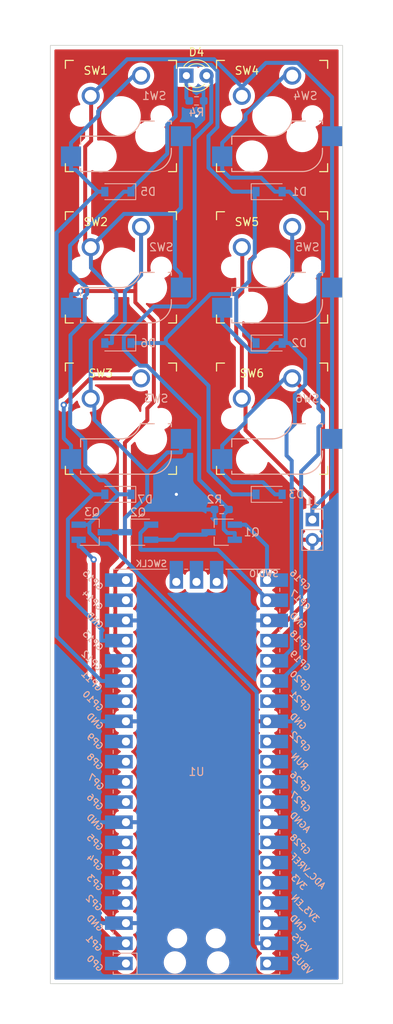
<source format=kicad_pcb>
(kicad_pcb (version 20211014) (generator pcbnew)
  (layers (0 "F.Cu" signal) (31 "B.Cu" signal) (34 "B.Paste" user) (35 "F.Paste" user) (36 "B.SilkS" user "B.Silkscreen") (37 "F.SilkS" user "F.Silkscreen") (38 "B.Mask" user) (39 "F.Mask" user) (44 "Edge.Cuts" user))
  (net 0 "")
  (net 1 "Net-(D1-Pad1)")
  (net 2 "Net-(D1-Pad2)")
  (net 3 "Net-(D2-Pad2)")
  (net 4 "Net-(D3-Pad2)")
  (net 5 "Net-(D4-Pad2)")
  (net 6 "Net-(D5-Pad2)")
  (net 7 "GND")
  (net 8 "+3V0")
  (net 9 "Net-(Q2-Pad1)")
  (net 10 "Net-(D6-Pad2)")
  (net 11 "Net-(D7-Pad2)")
  (net 15 "Net-(Q1-Pad3)")
  (net 16 "Net-(Q1-Pad1)")
  (net 41 "Net-(Q3-Pad1)")
  (net 42 "Net-(D4-Pad1)")
  (footprint "keyswitches:Kailh_socket_MX_optional" (layer "F.Cu") (at 102.87 111.76)
    (fp_text reference "SW3" (at -2.54 -5.715) (layer "F.SilkS"))
    (fp_text value "SW_Push")
    (fp_text user "${REFERENCE}" (at 4.445 -2.54) (layer "B.SilkS") (effects (justify mirror)))
    (pad "" np_thru_hole circle locked (at -2.54 5.08) (size 3 3) (drill 3) (layers *.Cu *.Mask))
    (pad "" np_thru_hole circle locked (at 0 0) (size 3.9878 3.9878) (drill 3.9878) (layers *.Cu *.Mask))
    (pad "" np_thru_hole circle locked (at -5.08 0) (size 1.7018 1.7018) (drill 1.7018) (layers *.Cu *.Mask))
    (pad "" np_thru_hole circle locked (at 3.81 2.54) (size 3 3) (drill 3) (layers *.Cu *.Mask))
    (pad "" np_thru_hole circle locked (at 5.08 0) (size 1.7018 1.7018) (drill 1.7018) (layers *.Cu *.Mask))
    (pad "1" smd rect locked (at -6.29 5.08) (size 2.55 2.5) (layers "B.Cu" "B.Paste" "B.Mask") (net 11 "Net-(D7-Pad2)"))
    (pad "1" thru_hole circle locked (at 2.54 -5.08) (size 2.286 2.286) (drill 1.4986) (layers *.Cu *.Mask) (net 11 "Net-(D7-Pad2)"))
    (pad "2" thru_hole circle locked (at -3.81 -2.54) (size 2.286 2.286) (drill 1.4986) (layers *.Cu *.Mask) (net 8 "+3V0"))
    (pad "2" smd rect locked (at 7.56 2.54) (size 2.55 2.5) (layers "B.Cu" "B.Paste" "B.Mask") (net 8 "+3V0"))
  )
  (footprint "keyswitches:Kailh_socket_MX_optional" (layer "F.Cu") (at 121.92 92.71)
    (fp_text reference "SW5" (at -3.175 -5.715) (layer "F.SilkS"))
    (fp_text value "SW_Push")
    (fp_text user "${REFERENCE}" (at 4.445 -2.54) (layer "B.SilkS") (effects (justify mirror)))
    (pad "" np_thru_hole circle locked (at 0 0) (size 3.9878 3.9878) (drill 3.9878) (layers *.Cu *.Mask))
    (pad "" np_thru_hole circle locked (at 5.08 0) (size 1.7018 1.7018) (drill 1.7018) (layers *.Cu *.Mask))
    (pad "" np_thru_hole circle locked (at -5.08 0) (size 1.7018 1.7018) (drill 1.7018) (layers *.Cu *.Mask))
    (pad "" np_thru_hole circle locked (at -2.54 5.08) (size 3 3) (drill 3) (layers *.Cu *.Mask))
    (pad "" np_thru_hole circle locked (at 3.81 2.54) (size 3 3) (drill 3) (layers *.Cu *.Mask))
    (pad "1" thru_hole circle locked (at 2.54 -5.08) (size 2.286 2.286) (drill 1.4986) (layers *.Cu *.Mask) (net 3 "Net-(D2-Pad2)"))
    (pad "1" smd rect locked (at -6.29 5.08) (size 2.55 2.5) (layers "B.Cu" "B.Paste" "B.Mask") (net 3 "Net-(D2-Pad2)"))
    (pad "2" smd rect locked (at 7.56 2.54) (size 2.55 2.5) (layers "B.Cu" "B.Paste" "B.Mask") (net 8 "+3V0"))
    (pad "2" thru_hole circle locked (at -3.81 -2.54) (size 2.286 2.286) (drill 1.4986) (layers *.Cu *.Mask) (net 8 "+3V0"))
  )
  (footprint "LED_THT:LED_D3.0mm" (layer "F.Cu") (at 111.12 68.58)
    (fp_text reference "D4" (at 1.27 -2.96) (layer "F.SilkS"))
    (fp_text value "LED")
    (pad "1" thru_hole rect (at 0 0) (size 1.8 1.8) (drill 0.9) (layers *.Cu *.Mask) (net 42 "Net-(D4-Pad1)"))
    (pad "2" thru_hole circle (at 2.54 0) (size 1.8 1.8) (drill 0.9) (layers *.Cu *.Mask) (net 5 "Net-(D4-Pad2)"))
  )
  (footprint "keyswitches:Kailh_socket_MX_optional" (layer "F.Cu") (at 121.92 73.66)
    (fp_text reference "SW4" (at -3.175 -5.715) (layer "F.SilkS"))
    (fp_text value "SW_Push")
    (fp_text user "${REFERENCE}" (at 4.191 -2.54) (layer "B.SilkS") (effects (justify mirror)))
    (pad "" np_thru_hole circle locked (at -5.08 0) (size 1.7018 1.7018) (drill 1.7018) (layers *.Cu *.Mask))
    (pad "" np_thru_hole circle locked (at -2.54 5.08) (size 3 3) (drill 3) (layers *.Cu *.Mask))
    (pad "" np_thru_hole circle locked (at 5.08 0) (size 1.7018 1.7018) (drill 1.7018) (layers *.Cu *.Mask))
    (pad "" np_thru_hole circle locked (at 3.81 2.54) (size 3 3) (drill 3) (layers *.Cu *.Mask))
    (pad "" np_thru_hole circle locked (at 0 0) (size 3.9878 3.9878) (drill 3.9878) (layers *.Cu *.Mask))
    (pad "1" smd rect locked (at -6.29 5.08) (size 2.55 2.5) (layers "B.Cu" "B.Paste" "B.Mask") (net 2 "Net-(D1-Pad2)"))
    (pad "1" thru_hole circle locked (at 2.54 -5.08) (size 2.286 2.286) (drill 1.4986) (layers *.Cu *.Mask) (net 2 "Net-(D1-Pad2)"))
    (pad "2" smd rect locked (at 7.56 2.54) (size 2.55 2.5) (layers "B.Cu" "B.Paste" "B.Mask") (net 8 "+3V0"))
    (pad "2" thru_hole circle locked (at -3.81 -2.54) (size 2.286 2.286) (drill 1.4986) (layers *.Cu *.Mask) (net 8 "+3V0"))
  )
  (footprint "keyswitches:Kailh_socket_MX_optional" (layer "F.Cu") (at 121.92 111.76)
    (fp_text reference "SW6" (at -2.54 -5.715) (layer "F.SilkS"))
    (fp_text value "SW_Push")
    (fp_text user "${REFERENCE}" (at 4.445 -2.54) (layer "B.SilkS") (effects (justify mirror)))
    (pad "" np_thru_hole circle locked (at 5.08 0) (size 1.7018 1.7018) (drill 1.7018) (layers *.Cu *.Mask))
    (pad "" np_thru_hole circle locked (at 0 0) (size 3.9878 3.9878) (drill 3.9878) (layers *.Cu *.Mask))
    (pad "" np_thru_hole circle locked (at -2.54 5.08) (size 3 3) (drill 3) (layers *.Cu *.Mask))
    (pad "" np_thru_hole circle locked (at 3.81 2.54) (size 3 3) (drill 3) (layers *.Cu *.Mask))
    (pad "" np_thru_hole circle locked (at -5.08 0) (size 1.7018 1.7018) (drill 1.7018) (layers *.Cu *.Mask))
    (pad "1" smd rect locked (at -6.29 5.08) (size 2.55 2.5) (layers "B.Cu" "B.Paste" "B.Mask") (net 4 "Net-(D3-Pad2)"))
    (pad "1" thru_hole circle locked (at 2.54 -5.08) (size 2.286 2.286) (drill 1.4986) (layers *.Cu *.Mask) (net 4 "Net-(D3-Pad2)"))
    (pad "2" thru_hole circle locked (at -3.81 -2.54) (size 2.286 2.286) (drill 1.4986) (layers *.Cu *.Mask) (net 8 "+3V0"))
    (pad "2" smd rect locked (at 7.56 2.54) (size 2.55 2.5) (layers "B.Cu" "B.Paste" "B.Mask") (net 8 "+3V0"))
  )
  (footprint "keyswitches:Kailh_socket_MX_optional" (layer "F.Cu") (at 102.87 92.71)
    (fp_text reference "SW2" (at -3.175 -5.715) (layer "F.SilkS"))
    (fp_text value "SW_Push")
    (fp_text user "${REFERENCE}" (at 5.08 -2.54) (layer "B.SilkS") (effects (justify mirror)))
    (pad "" np_thru_hole circle locked (at -2.54 5.08) (size 3 3) (drill 3) (layers *.Cu *.Mask))
    (pad "" np_thru_hole circle locked (at -5.08 0) (size 1.7018 1.7018) (drill 1.7018) (layers *.Cu *.Mask))
    (pad "" np_thru_hole circle locked (at 0 0) (size 3.9878 3.9878) (drill 3.9878) (layers *.Cu *.Mask))
    (pad "" np_thru_hole circle locked (at 3.81 2.54) (size 3 3) (drill 3) (layers *.Cu *.Mask))
    (pad "" np_thru_hole circle locked (at 5.08 0) (size 1.7018 1.7018) (drill 1.7018) (layers *.Cu *.Mask))
    (pad "1" smd rect locked (at -6.29 5.08) (size 2.55 2.5) (layers "B.Cu" "B.Paste" "B.Mask") (net 10 "Net-(D6-Pad2)"))
    (pad "1" thru_hole circle locked (at 2.54 -5.08) (size 2.286 2.286) (drill 1.4986) (layers *.Cu *.Mask) (net 10 "Net-(D6-Pad2)"))
    (pad "2" smd rect locked (at 7.56 2.54) (size 2.55 2.5) (layers "B.Cu" "B.Paste" "B.Mask") (net 8 "+3V0"))
    (pad "2" thru_hole circle locked (at -3.81 -2.54) (size 2.286 2.286) (drill 1.4986) (layers *.Cu *.Mask) (net 8 "+3V0"))
  )
  (footprint "keyswitches:Kailh_socket_MX_optional" (layer "F.Cu") (at 102.87 73.66)
    (fp_text reference "SW1" (at -3.175 -5.715) (layer "F.SilkS"))
    (fp_text value "SW_Push")
    (fp_text user "${REFERENCE}" (at 4.191 -2.54) (layer "B.SilkS") (effects (justify mirror)))
    (pad "" np_thru_hole circle locked (at 0 0) (size 3.9878 3.9878) (drill 3.9878) (layers *.Cu *.Mask))
    (pad "" np_thru_hole circle locked (at -5.08 0) (size 1.7018 1.7018) (drill 1.7018) (layers *.Cu *.Mask))
    (pad "" np_thru_hole circle locked (at -2.54 5.08) (size 3 3) (drill 3) (layers *.Cu *.Mask))
    (pad "" np_thru_hole circle locked (at 5.08 0) (size 1.7018 1.7018) (drill 1.7018) (layers *.Cu *.Mask))
    (pad "" np_thru_hole circle locked (at 3.81 2.54) (size 3 3) (drill 3) (layers *.Cu *.Mask))
    (pad "1" thru_hole circle locked (at 2.54 -5.08) (size 2.286 2.286) (drill 1.4986) (layers *.Cu *.Mask) (net 6 "Net-(D5-Pad2)"))
    (pad "1" smd rect locked (at -6.29 5.08) (size 2.55 2.5) (layers "B.Cu" "B.Paste" "B.Mask") (net 6 "Net-(D5-Pad2)"))
    (pad "2" thru_hole circle locked (at -3.81 -2.54) (size 2.286 2.286) (drill 1.4986) (layers *.Cu *.Mask) (net 8 "+3V0"))
    (pad "2" smd rect locked (at 7.56 2.54) (size 2.55 2.5) (layers "B.Cu" "B.Paste" "B.Mask") (net 8 "+3V0"))
  )
  (footprint "Diode_SMD:D_SOD-123" (layer "B.Cu") (at 102.49 102.235 180)
    (fp_text reference "D6" (at -3.81 0) (layer "B.SilkS") (effects (justify mirror)))
    (fp_text value "1N4148W")
    (pad "1" smd rect (at -1.65 0 180) (size 0.9 1.2) (layers "B.Cu" "B.Paste" "B.Mask") (net 1 "Net-(D1-Pad1)"))
    (pad "2" smd rect (at 1.65 0 180) (size 0.9 1.2) (layers "B.Cu" "B.Paste" "B.Mask") (net 10 "Net-(D6-Pad2)"))
  )
  (footprint "Diode_SMD:D_SOD-123" (layer "B.Cu") (at 102.49 83.185 180)
    (fp_text reference "D5" (at -3.81 0) (layer "B.SilkS") (effects (justify mirror)))
    (fp_text value "1N4148W")
    (pad "1" smd rect (at -1.65 0 180) (size 0.9 1.2) (layers "B.Cu" "B.Paste" "B.Mask") (net 1 "Net-(D1-Pad1)"))
    (pad "2" smd rect (at 1.65 0 180) (size 0.9 1.2) (layers "B.Cu" "B.Paste" "B.Mask") (net 6 "Net-(D5-Pad2)"))
  )
  (footprint "Diode_SMD:D_SOD-123" (layer "B.Cu") (at 121.54 83.185)
    (fp_text reference "D1" (at 3.81 0) (layer "B.SilkS") (effects (justify mirror)))
    (fp_text value "1N4148W")
    (pad "1" smd rect (at -1.65 0) (size 0.9 1.2) (layers "B.Cu" "B.Paste" "B.Mask") (net 1 "Net-(D1-Pad1)"))
    (pad "2" smd rect (at 1.65 0) (size 0.9 1.2) (layers "B.Cu" "B.Paste" "B.Mask") (net 2 "Net-(D1-Pad2)"))
  )
  (footprint "Package_TO_SOT_SMD:SC-59_Handsoldering" (layer "B.Cu") (at 105.03 126.05 180)
    (fp_text reference "Q2" (at 0 2.5) (layer "B.SilkS") (effects (justify mirror)))
    (fp_text value "2SC2712")
    (pad "1" smd rect (at -1.65 0.95 180) (size 1.8 0.8) (layers "B.Cu" "B.Paste" "B.Mask") (net 9 "Net-(Q2-Pad1)"))
    (pad "2" smd rect (at -1.65 -0.95 180) (size 1.8 0.8) (layers "B.Cu" "B.Paste" "B.Mask") (net 15 "Net-(Q1-Pad3)"))
    (pad "3" smd rect (at 1.65 0 180) (size 1.8 0.8) (layers "B.Cu" "B.Paste" "B.Mask") (net 8 "+3V0"))
  )
  (footprint "Resistor_SMD:R_0603_1608Metric_Pad0.98x0.95mm_HandSolder" (layer "B.Cu") (at 115.57 123.19 180)
    (fp_text reference "R2" (at 0.9125 1.27) (layer "B.SilkS") (effects (justify mirror)))
    (fp_text value "100k")
    (pad "1" smd roundrect (at -0.9125 0 180) (size 0.975 0.95) (layers "B.Cu" "B.Paste" "B.Mask") (net 5 "Net-(D4-Pad2)"))
    (pad "2" smd roundrect (at 0.9125 0 180) (size 0.975 0.95) (layers "B.Cu" "B.Paste" "B.Mask") (net 7 "GND"))
  )
  (footprint "Diode_SMD:D_SOD-123" (layer "B.Cu") (at 121.54 121.285)
    (fp_text reference "D3" (at 3.43 0) (layer "B.SilkS") (effects (justify mirror)))
    (fp_text value "1N4148W")
    (pad "1" smd rect (at -1.65 0) (size 0.9 1.2) (layers "B.Cu" "B.Paste" "B.Mask") (net 1 "Net-(D1-Pad1)"))
    (pad "2" smd rect (at 1.65 0) (size 0.9 1.2) (layers "B.Cu" "B.Paste" "B.Mask") (net 4 "Net-(D3-Pad2)"))
  )
  (footprint "Package_TO_SOT_SMD:SC-59_Handsoldering" (layer "B.Cu") (at 99.19 126.05)
    (fp_text reference "Q3" (at 0.05 -2.54) (layer "B.SilkS") (effects (justify mirror)))
    (fp_text value "2SC2712")
    (pad "1" smd rect (at -1.65 0.95) (size 1.8 0.8) (layers "B.Cu" "B.Paste" "B.Mask") (net 41 "Net-(Q3-Pad1)"))
    (pad "2" smd rect (at -1.65 -0.95) (size 1.8 0.8) (layers "B.Cu" "B.Paste" "B.Mask") (net 1 "Net-(D1-Pad1)"))
    (pad "3" smd rect (at 1.65 0) (size 1.8 0.8) (layers "B.Cu" "B.Paste" "B.Mask") (net 8 "+3V0"))
  )
  (footprint "Diode_SMD:D_SOD-123" (layer "B.Cu") (at 121.54 102.235)
    (fp_text reference "D2" (at 3.81 0) (layer "B.SilkS") (effects (justify mirror)))
    (fp_text value "1N4148W")
    (pad "1" smd rect (at -1.65 0) (size 0.9 1.2) (layers "B.Cu" "B.Paste" "B.Mask") (net 1 "Net-(D1-Pad1)"))
    (pad "2" smd rect (at 1.65 0) (size 0.9 1.2) (layers "B.Cu" "B.Paste" "B.Mask") (net 3 "Net-(D2-Pad2)"))
  )
  (footprint "Package_TO_SOT_SMD:SC-59_Handsoldering" (layer "B.Cu") (at 115.57 126.05 180)
    (fp_text reference "Q1" (at -3.7875 0) (layer "B.SilkS") (effects (justify mirror)))
    (fp_text value "2SC2712")
    (pad "1" smd rect (at -1.65 0.95 180) (size 1.8 0.8) (layers "B.Cu" "B.Paste" "B.Mask") (net 16 "Net-(Q1-Pad1)"))
    (pad "2" smd rect (at -1.65 -0.95 180) (size 1.8 0.8) (layers "B.Cu" "B.Paste" "B.Mask") (net 5 "Net-(D4-Pad2)"))
    (pad "3" smd rect (at 1.65 0 180) (size 1.8 0.8) (layers "B.Cu" "B.Paste" "B.Mask") (net 15 "Net-(Q1-Pad3)"))
  )
  (footprint "MCU_RaspberryPi_and_Boards:RPi_Pico_SMD_TH" (layer "B.Cu") (at 112.395 156.21)
    (fp_text reference "U1" (at 0 0) (layer "B.SilkS") (effects (justify mirror)))
    (fp_text value "Pico")
    (fp_text user "GP5" (at -12.8 8.89 135) (layer "B.SilkS") (effects (font (size 0.8 0.8)) (justify mirror)))
    (fp_text user "GP22" (at 13.054 -3.81 135) (layer "B.SilkS") (effects (font (size 0.8 0.8)) (justify mirror)))
    (fp_text user "GP19" (at 13.054 -13.97 135) (layer "B.SilkS") (effects (font (size 0.8 0.8)) (justify mirror)))
    (fp_text user "3V3_EN" (at 13.7 17.2 135) (layer "B.SilkS") (effects (font (size 0.8 0.8)) (justify mirror)))
    (fp_text user "GP11" (at -13.2 -11.43 135) (layer "B.SilkS") (effects (font (size 0.8 0.8)) (justify mirror)))
    (fp_text user "SWCLK" (at -5.7 -26.2) (layer "B.SilkS") (effects (font (size 0.8 0.8)) (justify mirror)))
    (fp_text user "GP16" (at 13.054 -24.13 135) (layer "B.SilkS") (effects (font (size 0.8 0.8)) (justify mirror)))
    (fp_text user "GP17" (at 13.054 -21.59 135) (layer "B.SilkS") (effects (font (size 0.8 0.8)) (justify mirror)))
    (fp_text user "GP4" (at -12.8 11.43 135) (layer "B.SilkS") (effects (font (size 0.8 0.8)) (justify mirror)))
    (fp_text user "GP13" (at -13.054 -16.51 135) (layer "B.SilkS") (effects (font (size 0.8 0.8)) (justify mirror)))
    (fp_text user "GND" (at 12.8 -19.05 135) (layer "B.SilkS") (effects (font (size 0.8 0.8)) (justify mirror)))
    (fp_text user "AGND" (at 13.054 6.35 135) (layer "B.SilkS") (effects (font (size 0.8 0.8)) (justify mirror)))
    (fp_text user "GP28" (at 13.054 9.144 135) (layer "B.SilkS") (effects (font (size 0.8 0.8)) (justify mirror)))
    (fp_text user "GP21" (at 13.054 -8.9 135) (layer "B.SilkS") (effects (font (size 0.8 0.8)) (justify mirror)))
    (fp_text user "GND" (at -12.8 19.05 135) (layer "B.SilkS") (effects (font (size 0.8 0.8)) (justify mirror)))
    (fp_text user "GND" (at 12.8 19.05 135) (layer "B.SilkS") (effects (font (size 0.8 0.8)) (justify mirror)))
    (fp_text user "VSYS" (at 13.2 21.59 135) (layer "B.SilkS") (effects (font (size 0.8 0.8)) (justify mirror)))
    (fp_text user "GP9" (at -12.8 -3.81 135) (layer "B.SilkS") (effects (font (size 0.8 0.8)) (justify mirror)))
    (fp_text user "GP12" (at -13.2 -13.97 135) (layer "B.SilkS") (effects (font (size 0.8 0.8)) (justify mirror)))
    (fp_text user "GP6" (at -12.8 3.81 135) (layer "B.SilkS") (effects (font (size 0.8 0.8)) (justify mirror)))
    (fp_text user "GND" (at -12.8 -19.05 135) (layer "B.SilkS") (effects (font (size 0.8 0.8)) (justify mirror)))
    (fp_text user "GP1" (at -12.9 21.6 135) (layer "B.SilkS") (effects (font (size 0.8 0.8)) (justify mirror)))
    (fp_text user "GP8" (at -12.8 -1.27 135) (layer "B.SilkS") (effects (font (size 0.8 0.8)) (justify mirror)))
    (fp_text user "GP18" (at 13.054 -16.51 135) (layer "B.SilkS") (effects (font (size 0.8 0.8)) (justify mirror)))
    (fp_text user "ADC_VREF" (at 14 12.5 135) (layer "B.SilkS") (effects (font (size 0.8 0.8)) (justify mirror)))
    (fp_text user "GP15" (at -13.054 -24.13 135) (layer "B.SilkS") (effects (font (size 0.8 0.8)) (justify mirror)))
    (fp_text user "GP3" (at -12.8 13.97 135) (layer "B.SilkS") (effects (font (size 0.8 0.8)) (justify mirror)))
    (fp_text user "GP0" (at -12.8 24.13 135) (layer "B.SilkS") (effects (font (size 0.8 0.8)) (justify mirror)))
    (fp_text user "GP7" (at -12.7 1.3 135) (layer "B.SilkS") (effects (font (size 0.8 0.8)) (justify mirror)))
    (fp_text user "RUN" (at 13 -1.27 135) (layer "B.SilkS") (effects (font (size 0.8 0.8)) (justify mirror)))
    (fp_text user "GP26" (at 13.054 1.27 135) (layer "B.SilkS") (effects (font (size 0.8 0.8)) (justify mirror)))
    (fp_text user "VBUS" (at 13.3 24.2 135) (layer "B.SilkS") (effects (font (size 0.8 0.8)) (justify mirror)))
    (fp_text user "GP2" (at -12.9 16.51 135) (layer "B.SilkS") (effects (font (size 0.8 0.8)) (justify mirror)))
    (fp_text user "GP27" (at 13.054 3.8 135) (layer "B.SilkS") (effects (font (size 0.8 0.8)) (justify mirror)))
    (fp_text user "SWDIO" (at 8.4975 -24.93) (layer "B.SilkS") (effects (font (size 0.8 0.8)) (justify mirror)))
    (fp_text user "GP20" (at 13.054 -11.43 135) (layer "B.SilkS") (effects (font (size 0.8 0.8)) (justify mirror)))
    (fp_text user "GND" (at 12.8 -6.35 135) (layer "B.SilkS") (effects (font (size 0.8 0.8)) (justify mirror)))
    (fp_text user "3V3" (at 12.9 13.9 135) (layer "B.SilkS") (effects (font (size 0.8 0.8)) (justify mirror)))
    (fp_text user "GP14" (at -13.1 -21.59 135) (layer "B.SilkS") (effects (font (size 0.8 0.8)) (justify mirror)))
    (fp_text user "GND" (at -12.8 6.35 135) (layer "B.SilkS") (effects (font (size 0.8 0.8)) (justify mirror)))
    (fp_text user "GP10" (at -13.054 -8.89 135) (layer "B.SilkS") (effects (font (size 0.8 0.8)) (justify mirror)))
    (fp_text user "GND" (at -12.8 -6.35 135) (layer "B.SilkS") (effects (font (size 0.8 0.8)) (justify mirror)))
    (pad "" np_thru_hole oval (at 2.425 20.97) (size 1.5 1.5) (drill 1.5) (layers *.Cu *.Mask))
    (pad "" np_thru_hole oval (at -2.425 20.97) (size 1.5 1.5) (drill 1.5) (layers *.Cu *.Mask))
    (pad "" np_thru_hole oval (at 2.725 24) (size 1.8 1.8) (drill 1.8) (layers *.Cu *.Mask))
    (pad "" np_thru_hole oval (at -2.725 24) (size 1.8 1.8) (drill 1.8) (layers *.Cu *.Mask))
    (pad "1" smd rect (at -8.89 24.13) (size 3.5 1.7) (drill (offset -0.9 0)) (layers "B.Cu" "B.Mask"))
    (pad "1" thru_hole oval (at -8.89 24.13) (size 1.7 1.7) (drill 1.02) (layers *.Cu *.Mask))
    (pad "2" smd rect (at -8.89 21.59) (size 3.5 1.7) (drill (offset -0.9 0)) (layers "B.Cu" "B.Mask") (net 41 "Net-(Q3-Pad1)"))
    (pad "2" thru_hole oval (at -8.89 21.59) (size 1.7 1.7) (drill 1.02) (layers *.Cu *.Mask) (net 41 "Net-(Q3-Pad1)"))
    (pad "3" thru_hole rect (at -8.89 19.05) (size 1.7 1.7) (drill 1.02) (layers *.Cu *.Mask) (net 7 "GND"))
    (pad "3" smd rect (at -8.89 19.05) (size 3.5 1.7) (drill (offset -0.9 0)) (layers "B.Cu" "B.Mask") (net 7 "GND"))
    (pad "4" smd rect (at -8.89 16.51) (size 3.5 1.7) (drill (offset -0.9 0)) (layers "B.Cu" "B.Mask"))
    (pad "4" thru_hole oval (at -8.89 16.51) (size 1.7 1.7) (drill 1.02) (layers *.Cu *.Mask))
    (pad "5" thru_hole oval (at -8.89 13.97) (size 1.7 1.7) (drill 1.02) (layers *.Cu *.Mask))
    (pad "5" smd rect (at -8.89 13.97) (size 3.5 1.7) (drill (offset -0.9 0)) (layers "B.Cu" "B.Mask"))
    (pad "6" thru_hole oval (at -8.89 11.43) (size 1.7 1.7) (drill 1.02) (layers *.Cu *.Mask))
    (pad "6" smd rect (at -8.89 11.43) (size 3.5 1.7) (drill (offset -0.9 0)) (layers "B.Cu" "B.Mask"))
    (pad "7" smd rect (at -8.89 8.89) (size 3.5 1.7) (drill (offset -0.9 0)) (layers "B.Cu" "B.Mask"))
    (pad "7" thru_hole oval (at -8.89 8.89) (size 1.7 1.7) (drill 1.02) (layers *.Cu *.Mask))
    (pad "8" smd rect (at -8.89 6.35) (size 3.5 1.7) (drill (offset -0.9 0)) (layers "B.Cu" "B.Mask") (net 7 "GND"))
    (pad "8" thru_hole rect (at -8.89 6.35) (size 1.7 1.7) (drill 1.02) (layers *.Cu *.Mask) (net 7 "GND"))
    (pad "9" smd rect (at -8.89 3.81) (size 3.5 1.7) (drill (offset -0.9 0)) (layers "B.Cu" "B.Mask"))
    (pad "9" thru_hole oval (at -8.89 3.81) (size 1.7 1.7) (drill 1.02) (layers *.Cu *.Mask))
    (pad "10" thru_hole oval (at -8.89 1.27) (size 1.7 1.7) (drill 1.02) (layers *.Cu *.Mask))
    (pad "10" smd rect (at -8.89 1.27) (size 3.5 1.7) (drill (offset -0.9 0)) (layers "B.Cu" "B.Mask"))
    (pad "11" thru_hole oval (at -8.89 -1.27) (size 1.7 1.7) (drill 1.02) (layers *.Cu *.Mask))
    (pad "11" smd rect (at -8.89 -1.27) (size 3.5 1.7) (drill (offset -0.9 0)) (layers "B.Cu" "B.Mask"))
    (pad "12" smd rect (at -8.89 -3.81) (size 3.5 1.7) (drill (offset -0.9 0)) (layers "B.Cu" "B.Mask"))
    (pad "12" thru_hole oval (at -8.89 -3.81) (size 1.7 1.7) (drill 1.02) (layers *.Cu *.Mask))
    (pad "13" thru_hole rect (at -8.89 -6.35) (size 1.7 1.7) (drill 1.02) (layers *.Cu *.Mask) (net 7 "GND"))
    (pad "13" smd rect (at -8.89 -6.35) (size 3.5 1.7) (drill (offset -0.9 0)) (layers "B.Cu" "B.Mask") (net 7 "GND"))
    (pad "14" thru_hole oval (at -8.89 -8.89) (size 1.7 1.7) (drill 1.02) (layers *.Cu *.Mask))
    (pad "14" smd rect (at -8.89 -8.89) (size 3.5 1.7) (drill (offset -0.9 0)) (layers "B.Cu" "B.Mask"))
    (pad "15" thru_hole oval (at -8.89 -11.43) (size 1.7 1.7) (drill 1.02) (layers *.Cu *.Mask) (net 6 "Net-(D5-Pad2)"))
    (pad "15" smd rect (at -8.89 -11.43) (size 3.5 1.7) (drill (offset -0.9 0)) (layers "B.Cu" "B.Mask") (net 6 "Net-(D5-Pad2)"))
    (pad "16" thru_hole oval (at -8.89 -13.97) (size 1.7 1.7) (drill 1.02) (layers *.Cu *.Mask) (net 10 "Net-(D6-Pad2)"))
    (pad "16" smd rect (at -8.89 -13.97) (size 3.5 1.7) (drill (offset -0.9 0)) (layers "B.Cu" "B.Mask") (net 10 "Net-(D6-Pad2)"))
    (pad "17" thru_hole oval (at -8.89 -16.51) (size 1.7 1.7) (drill 1.02) (layers *.Cu *.Mask) (net 11 "Net-(D7-Pad2)"))
    (pad "17" smd rect (at -8.89 -16.51) (size 3.5 1.7) (drill (offset -0.9 0)) (layers "B.Cu" "B.Mask") (net 11 "Net-(D7-Pad2)"))
    (pad "18" thru_hole rect (at -8.89 -19.05) (size 1.7 1.7) (drill 1.02) (layers *.Cu *.Mask) (net 7 "GND"))
    (pad "18" smd rect (at -8.89 -19.05) (size 3.5 1.7) (drill (offset -0.9 0)) (layers "B.Cu" "B.Mask") (net 7 "GND"))
    (pad "19" smd rect (at -8.89 -21.59) (size 3.5 1.7) (drill (offset -0.9 0)) (layers "B.Cu" "B.Mask"))
    (pad "19" thru_hole oval (at -8.89 -21.59) (size 1.7 1.7) (drill 1.02) (layers *.Cu *.Mask))
    (pad "20" smd rect (at -8.89 -24.13) (size 3.5 1.7) (drill (offset -0.9 0)) (layers "B.Cu" "B.Mask"))
    (pad "20" thru_hole oval (at -8.89 -24.13) (size 1.7 1.7) (drill 1.02) (layers *.Cu *.Mask))
    (pad "21" smd rect (at 8.89 -24.13) (size 3.5 1.7) (drill (offset 0.9 0)) (layers "B.Cu" "B.Mask") (net 16 "Net-(Q1-Pad1)"))
    (pad "21" thru_hole oval (at 8.89 -24.13) (size 1.7 1.7) (drill 1.02) (layers *.Cu *.Mask) (net 16 "Net-(Q1-Pad1)"))
    (pad "22" thru_hole oval (at 8.89 -21.59) (size 1.7 1.7) (drill 1.02) (layers *.Cu *.Mask) (net 9 "Net-(Q2-Pad1)"))
    (pad "22" smd rect (at 8.89 -21.59) (size 3.5 1.7) (drill (offset 0.9 0)) (layers "B.Cu" "B.Mask") (net 9 "Net-(Q2-Pad1)"))
    (pad "23" smd rect (at 8.89 -19.05) (size 3.5 1.7) (drill (offset 0.9 0)) (layers "B.Cu" "B.Mask") (net 7 "GND"))
    (pad "23" thru_hole rect (at 8.89 -19.05) (size 1.7 1.7) (drill 1.02) (layers *.Cu *.Mask) (net 7 "GND"))
    (pad "24" thru_hole oval (at 8.89 -16.51) (size 1.7 1.7) (drill 1.02) (layers *.Cu *.Mask) (net 4 "Net-(D3-Pad2)"))
    (pad "24" smd rect (at 8.89 -16.51) (size 3.5 1.7) (drill (offset 0.9 0)) (layers "B.Cu" "B.Mask") (net 4 "Net-(D3-Pad2)"))
    (pad "25" smd rect (at 8.89 -13.97) (size 3.5 1.7) (drill (offset 0.9 0)) (layers "B.Cu" "B.Mask") (net 3 "Net-(D2-Pad2)"))
    (pad "25" thru_hole oval (at 8.89 -13.97) (size 1.7 1.7) (drill 1.02) (layers *.Cu *.Mask) (net 3 "Net-(D2-Pad2)"))
    (pad "26" smd rect (at 8.89 -11.43) (size 3.5 1.7) (drill (offset 0.9 0)) (layers "B.Cu" "B.Mask") (net 2 "Net-(D1-Pad2)"))
    (pad "26" thru_hole oval (at 8.89 -11.43) (size 1.7 1.7) (drill 1.02) (layers *.Cu *.Mask) (net 2 "Net-(D1-Pad2)"))
    (pad "27" smd rect (at 8.89 -8.89) (size 3.5 1.7) (drill (offset 0.9 0)) (layers "B.Cu" "B.Mask"))
    (pad "27" thru_hole oval (at 8.89 -8.89) (size 1.7 1.7) (drill 1.02) (layers *.Cu *.Mask))
    (pad "28" thru_hole rect (at 8.89 -6.35) (size 1.7 1.7) (drill 1.02) (layers *.Cu *.Mask) (net 7 "GND"))
    (pad "28" smd rect (at 8.89 -6.35) (size 3.5 1.7) (drill (offset 0.9 0)) (layers "B.Cu" "B.Mask") (net 7 "GND"))
    (pad "29" smd rect (at 8.89 -3.81) (size 3.5 1.7) (drill (offset 0.9 0)) (layers "B.Cu" "B.Mask"))
    (pad "29" thru_hole oval (at 8.89 -3.81) (size 1.7 1.7) (drill 1.02) (layers *.Cu *.Mask))
    (pad "30" smd rect (at 8.89 -1.27) (size 3.5 1.7) (drill (offset 0.9 0)) (layers "B.Cu" "B.Mask"))
    (pad "30" thru_hole oval (at 8.89 -1.27) (size 1.7 1.7) (drill 1.02) (layers *.Cu *.Mask))
    (pad "31" thru_hole oval (at 8.89 1.27) (size 1.7 1.7) (drill 1.02) (layers *.Cu *.Mask))
    (pad "31" smd rect (at 8.89 1.27) (size 3.5 1.7) (drill (offset 0.9 0)) (layers "B.Cu" "B.Mask"))
    (pad "32" thru_hole oval (at 8.89 3.81) (size 1.7 1.7) (drill 1.02) (layers *.Cu *.Mask))
    (pad "32" smd rect (at 8.89 3.81) (size 3.5 1.7) (drill (offset 0.9 0)) (layers "B.Cu" "B.Mask"))
    (pad "33" thru_hole rect (at 8.89 6.35) (size 1.7 1.7) (drill 1.02) (layers *.Cu *.Mask))
    (pad "33" smd rect (at 8.89 6.35) (size 3.5 1.7) (drill (offset 0.9 0)) (layers "B.Cu" "B.Mask"))
    (pad "34" smd rect (at 8.89 8.89) (size 3.5 1.7) (drill (offset 0.9 0)) (layers "B.Cu" "B.Mask"))
    (pad "34" thru_hole oval (at 8.89 8.89) (size 1.7 1.7) (drill 1.02) (layers *.Cu *.Mask))
    (pad "35" thru_hole oval (at 8.89 11.43) (size 1.7 1.7) (drill 1.02) (layers *.Cu *.Mask))
    (pad "35" smd rect (at 8.89 11.43) (size 3.5 1.7) (drill (offset 0.9 0)) (layers "B.Cu" "B.Mask"))
    (pad "36" smd rect (at 8.89 13.97) (size 3.5 1.7) (drill (offset 0.9 0)) (layers "B.Cu" "B.Mask"))
    (pad "36" thru_hole oval (at 8.89 13.97) (size 1.7 1.7) (drill 1.02) (layers *.Cu *.Mask))
    (pad "37" thru_hole oval (at 8.89 16.51) (size 1.7 1.7) (drill 1.02) (layers *.Cu *.Mask))
    (pad "37" smd rect (at 8.89 16.51) (size 3.5 1.7) (drill (offset 0.9 0)) (layers "B.Cu" "B.Mask"))
    (pad "38" smd rect (at 8.89 19.05) (size 3.5 1.7) (drill (offset 0.9 0)) (layers "B.Cu" "B.Mask"))
    (pad "38" thru_hole rect (at 8.89 19.05) (size 1.7 1.7) (drill 1.02) (layers *.Cu *.Mask))
    (pad "39" thru_hole oval (at 8.89 21.59) (size 1.7 1.7) (drill 1.02) (layers *.Cu *.Mask) (net 1 "Net-(D1-Pad1)"))
    (pad "39" smd rect (at 8.89 21.59) (size 3.5 1.7) (drill (offset 0.9 0)) (layers "B.Cu" "B.Mask") (net 1 "Net-(D1-Pad1)"))
    (pad "40" smd rect (at 8.89 24.13) (size 3.5 1.7) (drill (offset 0.9 0)) (layers "B.Cu" "B.Mask"))
    (pad "40" thru_hole oval (at 8.89 24.13) (size 1.7 1.7) (drill 1.02) (layers *.Cu *.Mask))
    (pad "41" smd rect (at -2.54 -23.9 270) (size 3.5 1.7) (drill (offset -0.9 0)) (layers "B.Cu" "B.Mask"))
    (pad "41" thru_hole oval (at -2.54 -23.9) (size 1.7 1.7) (drill 1.02) (layers *.Cu *.Mask))
    (pad "42" thru_hole rect (at 0 -23.9) (size 1.7 1.7) (drill 1.02) (layers *.Cu *.Mask))
    (pad "42" smd rect (at 0 -23.9 270) (size 3.5 1.7) (drill (offset -0.9 0)) (layers "B.Cu" "B.Mask"))
    (pad "43" smd rect (at 2.54 -23.9 270) (size 3.5 1.7) (drill (offset -0.9 0)) (layers "B.Cu" "B.Mask"))
    (pad "43" thru_hole oval (at 2.54 -23.9) (size 1.7 1.7) (drill 1.02) (layers *.Cu *.Mask))
  )
  (footprint "Connector_PinHeader_2.54mm:PinHeader_1x02_P2.54mm_Vertical" (layer "B.Cu") (at 127 124.46 180)
    (fp_text reference "J1" (at 0 2.33) (layer "B.SilkS") (effects (justify mirror)))
    (fp_text value "3V")
    (pad "1" thru_hole rect (at 0 0 180) (size 1.7 1.7) (drill 1) (layers *.Cu *.Mask) (net 8 "+3V0"))
    (pad "2" thru_hole oval (at 0 -2.54 180) (size 1.7 1.7) (drill 1) (layers *.Cu *.Mask) (net 7 "GND"))
  )
  (footprint "Diode_SMD:D_SOD-123" (layer "B.Cu") (at 102.49 121.285 180)
    (fp_text reference "D7" (at -3.43 -0.635) (layer "B.SilkS") (effects (justify mirror)))
    (fp_text value "1N4148W")
    (pad "1" smd rect (at -1.65 0 180) (size 0.9 1.2) (layers "B.Cu" "B.Paste" "B.Mask") (net 1 "Net-(D1-Pad1)"))
    (pad "2" smd rect (at 1.65 0 180) (size 0.9 1.2) (layers "B.Cu" "B.Paste" "B.Mask") (net 11 "Net-(D7-Pad2)"))
  )
  (footprint "Resistor_SMD:R_0603_1608Metric_Pad0.98x0.95mm_HandSolder" (layer "B.Cu") (at 112.395 71.755)
    (fp_text reference "R4" (at 0 1.43) (layer "B.SilkS") (effects (justify mirror)))
    (fp_text value "47R")
    (pad "1" smd roundrect (at -0.9125 0) (size 0.975 0.95) (layers "B.Cu" "B.Paste" "B.Mask") (net 42 "Net-(D4-Pad1)"))
    (pad "2" smd roundrect (at 0.9125 0) (size 0.975 0.95) (layers "B.Cu" "B.Paste" "B.Mask") (net 7 "GND"))
  )
  (gr_rect (start 93.98 64.77) (end 130.81 182.88) (layer "Edge.Cuts") (width 0.1) (fill none))
  (segment (start 113.9048 80.1763) (end 116.9135 83.185) (width 0.5) (layer "B.Cu") (net 1))
  (segment (start 100.2958 127.4996) (end 98.8901 126.0939) (width 0.5) (layer "B.Cu") (net 1))
  (segment (start 108.7048 74.7452) (end 109.7698 73.6802) (width 0.5) (layer "B.Cu") (net 1))
  (segment (start 98.6109 95.3402) (end 98.113 94.8423) (width 0.5) (layer "B.Cu") (net 1))
  (segment (start 119.0562 94.4267) (end 117.4084 96.0745) (width 0.5) (layer "B.Cu") (net 1))
  (segment (start 96.4577 93.2825) (end 96.4577 89.9672) (width 0.5) (layer "B.Cu") (net 1))
  (segment (start 101.3229 127.4996) (end 100.2958 127.4996) (width 0.5) (layer "B.Cu") (net 1))
  (segment (start 119.736 83.185) (end 119.89 83.185) (width 0.5) (layer "B.Cu") (net 1))
  (segment (start 98.307 99.4596) (end 98.307 96.3485) (width 0.5) (layer "B.Cu") (net 1))
  (segment (start 100.1993 119.5125) (end 98.3792 117.6924) (width 0.5) (layer "B.Cu") (net 1))
  (segment (start 98.0175 94.8423) (end 96.4577 93.2825) (width 0.5) (layer "B.Cu") (net 1))
  (segment (start 102.5535 121.285) (end 98.8901 124.9484) (width 0.5) (layer "B.Cu") (net 1))
  (segment (start 96.4757 112.6369) (end 96.4757 110.4134) (width 0.5) (layer "B.Cu") (net 1))
  (segment (start 103.915 83.185) (end 103.2399 83.185) (width 0.5) (layer "B.Cu") (net 1))
  (segment (start 119.0562 92.0321) (end 119.0562 94.4267) (width 0.5) (layer "B.Cu") (net 1))
  (segment (start 113.9048 107.6031) (end 113.9048 118.3215) (width 0.5) (layer "B.Cu") (net 1))
  (segment (start 96.4757 110.4134) (end 96.5154 110.3737) (width 0.5) (layer "B.Cu") (net 1))
  (segment (start 98.8901 126.0939) (end 98.8901 125.1) (width 0.5) (layer "B.Cu") (net 1))
  (segment (start 119.9849 177.8) (end 119.9849 146.1616) (width 0.5) (layer "B.Cu") (net 1))
  (segment (start 100.781 119.5125) (end 100.1993 119.5125) (width 0.5) (layer "B.Cu") (net 1))
  (segment (start 98.3792 117.6924) (end 98.3792 114.5404) (width 0.5) (layer "B.Cu") (net 1))
  (segment (start 117.4084 96.0745) (end 114.1438 96.0745) (width 0.5) (layer "B.Cu") (net 1))
  (segment (start 96.5154 101.2512) (end 98.307 99.4596) (width 0.5) (layer "B.Cu") (net 1))
  (segment (start 102.5535 121.285) (end 100.781 119.5125) (width 0.5) (layer "B.Cu") (net 1))
  (segment (start 96.4577 89.9672) (end 103.2399 83.185) (width 0.5) (layer "B.Cu") (net 1))
  (segment (start 97.54 125.1) (end 98.8901 125.1) (width 0.5) (layer "B.Cu") (net 1))
  (segment (start 104.14 102.235) (end 105.0401 102.235) (width 0.5) (layer "B.Cu") (net 1))
  (segment (start 119.9849 146.1616) (end 101.3229 127.4996) (width 0.5) (layer "B.Cu") (net 1))
  (segment (start 108.5367 101.6816) (end 108.5367 102.235) (width 0.5) (layer "B.Cu") (net 1))
  (segment (start 110.0332 67.2124) (end 114.235 67.2124) (width 0.5) (layer "B.Cu") (net 1))
  (segment (start 103.69 121.285) (end 102.5535 121.285) (width 0.5) (layer "B.Cu") (net 1))
  (segment (start 113.9048 118.3215) (end 116.8683 121.285) (width 0.5) (layer "B.Cu") (net 1))
  (segment (start 117.4084 99.7534) (end 119.89 102.235) (width 0.5) (layer "B.Cu") (net 1))
  (segment (start 115.0301 75.0374) (end 113.9048 76.1627) (width 0.5) (layer "B.Cu") (net 1))
  (segment (start 104.14 121.285) (end 103.69 121.285) (width 0.5) (layer "B.Cu") (net 1))
  (segment (start 105.0401 102.235) (end 108.5367 102.235) (width 0.5) (layer "B.Cu") (net 1))
  (segment (start 98.3792 114.5404) (end 96.4757 112.6369) (width 0.5) (layer "B.Cu") (net 1))
  (segment (start 119.736 91.3523) (end 119.0562 92.0321) (width 0.5) (layer "B.Cu") (net 1))
  (segment (start 109.7698 73.6802) (end 109.7698 67.4758) (width 0.5) (layer "B.Cu") (net 1))
  (segment (start 108.7048 78.3952) (end 108.7048 74.7452) (width 0.5) (layer "B.Cu") (net 1))
  (segment (start 114.1438 96.0745) (end 108.5367 101.6816) (width 0.5) (layer "B.Cu") (net 1))
  (segment (start 104.14 83.185) (end 103.915 83.185) (width 0.5) (layer "B.Cu") (net 1))
  (segment (start 114.235 67.2124) (end 115.0301 68.0075) (width 0.5) (layer "B.Cu") (net 1))
  (segment (start 98.8901 124.9484) (end 98.8901 125.1) (width 0.5) (layer "B.Cu") (net 1))
  (segment (start 117.4084 96.0745) (end 117.4084 99.7534) (width 0.5) (layer "B.Cu") (net 1))
  (segment (start 98.307 96.3485) (end 98.6109 96.0446) (width 0.5) (layer "B.Cu") (net 1))
  (segment (start 98.6109 96.0446) (end 98.6109 95.3402) (width 0.5) (layer "B.Cu") (net 1))
  (segment (start 103.915 83.185) (end 108.7048 78.3952) (width 0.5) (layer "B.Cu") (net 1))
  (segment (start 96.5154 110.3737) (end 96.5154 101.2512) (width 0.5) (layer "B.Cu") (net 1))
  (segment (start 116.9135 83.185) (end 119.736 83.185) (width 0.5) (layer "B.Cu") (net 1))
  (segment (start 115.0301 68.0075) (end 115.0301 75.0374) (width 0.5) (layer "B.Cu") (net 1))
  (segment (start 98.113 94.8423) (end 98.0175 94.8423) (width 0.5) (layer "B.Cu") (net 1))
  (segment (start 121.285 177.8) (end 119.9849 177.8) (width 0.5) (layer "B.Cu") (net 1))
  (segment (start 113.9048 76.1627) (end 113.9048 80.1763) (width 0.5) (layer "B.Cu") (net 1))
  (segment (start 119.736 83.185) (end 119.736 91.3523) (width 0.5) (layer "B.Cu") (net 1))
  (segment (start 109.7698 67.4758) (end 110.0332 67.2124) (width 0.5) (layer "B.Cu") (net 1))
  (segment (start 108.5367 102.235) (end 113.9048 107.6031) (width 0.5) (layer "B.Cu") (net 1))
  (segment (start 116.8683 121.285) (end 119.89 121.285) (width 0.5) (layer "B.Cu") (net 1))
  (segment (start 128.346 87.4409) (end 124.0901 83.185) (width 0.5) (layer "B.Cu") (net 2))
  (segment (start 115.63 78.74) (end 115.63 80.4401) (width 0.5) (layer "B.Cu") (net 2))
  (segment (start 125.5853 118.4038) (end 127.7548 116.2343) (width 0.5) (layer "B.Cu") (net 2))
  (segment (start 118.5718 74.0981) (end 115.63 77.0399) (width 0.5) (layer "B.Cu") (net 2))
  (segment (start 122.9269 144.78) (end 125.5853 142.1216) (width 0.5) (layer "B.Cu") (net 2))
  (segment (start 128.346 93.204) (end 128.346 87.4409) (width 0.5) (layer "B.Cu") (net 2))
  (segment (start 115.63 78.74) (end 115.63 77.0399) (width 0.5) (layer "B.Cu") (net 2))
  (segment (start 123.19 83.185) (end 124.0901 83.185) (width 0.5) (layer "B.Cu") (net 2))
  (segment (start 127.7548 110.4589) (end 127.7548 93.7952) (width 0.5) (layer "B.Cu") (net 2))
  (segment (start 123.4994 68.58) (end 118.5718 73.5076) (width 0.5) (layer "B.Cu") (net 2))
  (segment (start 123.19 83.185) (end 122.2899 83.185) (width 0.5) (layer "B.Cu") (net 2))
  (segment (start 121.285 144.78) (end 122.9269 144.78) (width 0.5) (layer "B.Cu") (net 2))
  (segment (start 127.7548 112.8452) (end 128.3314 112.2686) (width 0.5) (layer "B.Cu") (net 2))
  (segment (start 127.7548 93.7952) (end 128.346 93.204) (width 0.5) (layer "B.Cu") (net 2))
  (segment (start 116.6024 81.4125) (end 115.63 80.4401) (width 0.5) (layer "B.Cu") (net 2))
  (segment (start 124.46 68.58) (end 123.4994 68.58) (width 0.5) (layer "B.Cu") (net 2))
  (segment (start 128.3314 111.0355) (end 127.7548 110.4589) (width 0.5) (layer "B.Cu") (net 2))
  (segment (start 125.5853 142.1216) (end 125.5853 118.4038) (width 0.5) (layer "B.Cu") (net 2))
  (segment (start 122.2899 83.185) (end 120.5174 81.4125) (width 0.5) (layer "B.Cu") (net 2))
  (segment (start 127.7548 116.2343) (end 127.7548 112.8452) (width 0.5) (layer "B.Cu") (net 2))
  (segment (start 118.5718 73.5076) (end 118.5718 74.0981) (width 0.5) (layer "B.Cu") (net 2))
  (segment (start 120.5174 81.4125) (end 116.6024 81.4125) (width 0.5) (layer "B.Cu") (net 2))
  (segment (start 128.3314 112.2686) (end 128.3314 111.0355) (width 0.5) (layer "B.Cu") (net 2))
  (segment (start 123.6401 102.235) (end 124.0901 102.235) (width 0.5) (layer "B.Cu") (net 3))
  (segment (start 124.3947 117.0519) (end 123.7423 116.3995) (width 0.5) (layer "B.Cu") (net 3))
  (segment (start 123.6401 94.5142) (end 124.46 93.6943) (width 0.5) (layer "B.Cu") (net 3))
  (segment (start 122.2899 102.235) (end 121.2012 103.3237) (width 0.5) (layer "B.Cu") (net 3))
  (segment (start 124.7838 112.438) (end 124.7838 108.7861) (width 0.5) (layer "B.Cu") (net 3))
  (segment (start 115.63 99.6736) (end 115.63 97.79) (width 0.5) (layer "B.Cu") (net 3))
  (segment (start 123.7423 116.3995) (end 123.7423 113.4795) (width 0.5) (layer "B.Cu") (net 3))
  (segment (start 124.7838 108.7861) (end 126.0967 107.4732) (width 0.5) (layer "B.Cu") (net 3))
  (segment (start 123.7423 113.4795) (end 124.7838 112.438) (width 0.5) (layer "B.Cu") (net 3))
  (segment (start 126.0967 107.4732) (end 126.0967 104.2416) (width 0.5) (layer "B.Cu") (net 3))
  (segment (start 121.285 142.24) (end 122.8993 142.24) (width 0.5) (layer "B.Cu") (net 3))
  (segment (start 123.6401 102.235) (end 123.6401 94.5142) (width 0.5) (layer "B.Cu") (net 3))
  (segment (start 124.46 93.6943) (end 124.46 87.63) (width 0.5) (layer "B.Cu") (net 3))
  (segment (start 123.19 102.235) (end 123.6401 102.235) (width 0.5) (layer "B.Cu") (net 3))
  (segment (start 122.8993 142.24) (end 124.3947 140.7446) (width 0.5) (layer "B.Cu") (net 3))
  (segment (start 124.3947 140.7446) (end 124.3947 117.0519) (width 0.5) (layer "B.Cu") (net 3))
  (segment (start 126.0967 104.2416) (end 124.0901 102.235) (width 0.5) (layer "B.Cu") (net 3))
  (segment (start 121.2012 103.3237) (end 119.2801 103.3237) (width 0.5) (layer "B.Cu") (net 3))
  (segment (start 119.2801 103.3237) (end 115.63 99.6736) (width 0.5) (layer "B.Cu") (net 3))
  (segment (start 123.19 102.235) (end 122.2899 102.235) (width 0.5) (layer "B.Cu") (net 3))
  (segment (start 128.3421 132.6429) (end 128.3421 110.5621) (width 0.5) (layer "F.Cu") (net 4))
  (segment (start 128.3421 110.5621) (end 124.46 106.68) (width 0.5) (layer "F.Cu") (net 4))
  (segment (start 121.285 139.7) (end 128.3421 132.6429) (width 0.5) (layer "F.Cu") (net 4))
  (segment (start 123.5347 106.68) (end 118.5667 111.648) (width 0.5) (layer "B.Cu") (net 4))
  (segment (start 123.19 121.285) (end 122.2899 121.285) (width 0.5) (layer "B.Cu") (net 4))
  (segment (start 115.63 116.84) (end 115.63 115.1399) (width 0.5) (layer "B.Cu") (net 4))
  (segment (start 124.46 106.68) (end 123.5347 106.68) (width 0.5) (layer "B.Cu") (net 4))
  (segment (start 118.5667 111.648) (end 118.5667 112.2032) (width 0.5) (layer "B.Cu") (net 4))
  (segment (start 122.2899 121.285) (end 120.7651 119.7602) (width 0.5) (layer "B.Cu") (net 4))
  (segment (start 116.8501 119.7602) (end 115.63 118.5401) (width 0.5) (layer "B.Cu") (net 4))
  (segment (start 120.7651 119.7602) (end 116.8501 119.7602) (width 0.5) (layer "B.Cu") (net 4))
  (segment (start 115.63 116.84) (end 115.63 118.5401) (width 0.5) (layer "B.Cu") (net 4))
  (segment (start 118.5667 112.2032) (end 115.63 115.1399) (width 0.5) (layer "B.Cu") (net 4))
  (segment (start 117.22 127) (end 117.22 126.1499) (width 0.5) (layer "B.Cu") (net 5))
  (segment (start 115.829 123.8435) (end 116.4825 123.19) (width 0.5) (layer "B.Cu") (net 5))
  (segment (start 106.1598 105.0868) (end 112.7374 111.6644) (width 0.5) (layer "B.Cu") (net 5))
  (segment (start 117.22 126.1499) (end 116.2856 126.1499) (width 0.5) (layer "B.Cu") (net 5))
  (segment (start 112.7374 111.6644) (end 112.7374 119.4449) (width 0.5) (layer "B.Cu") (net 5))
  (segment (start 103.2398 103.0599) (end 105.2667 105.0868) (width 0.5) (layer "B.Cu") (net 5))
  (segment (start 112.1551 76.5404) (end 112.1551 96.6864) (width 0.5) (layer "B.Cu") (net 5))
  (segment (start 115.829 125.6933) (end 115.829 123.8435) (width 0.5) (layer "B.Cu") (net 5))
  (segment (start 112.7374 119.4449) (end 116.4825 123.19) (width 0.5) (layer "B.Cu") (net 5))
  (segment (start 107.0467 97.6383) (end 103.2398 101.4452) (width 0.5) (layer "B.Cu") (net 5))
  (segment (start 113.66 68.58) (end 114.256 69.176) (width 0.5) (layer "B.Cu") (net 5))
  (segment (start 111.2032 97.6383) (end 107.0467 97.6383) (width 0.5) (layer "B.Cu") (net 5))
  (segment (start 112.1551 96.6864) (end 111.2032 97.6383) (width 0.5) (layer "B.Cu") (net 5))
  (segment (start 103.2398 101.4452) (end 103.2398 103.0599) (width 0.5) (layer "B.Cu") (net 5))
  (segment (start 116.2856 126.1499) (end 115.829 125.6933) (width 0.5) (layer "B.Cu") (net 5))
  (segment (start 114.256 69.176) (end 114.256 74.4395) (width 0.5) (layer "B.Cu") (net 5))
  (segment (start 105.2667 105.0868) (end 106.1598 105.0868) (width 0.5) (layer "B.Cu") (net 5))
  (segment (start 114.256 74.4395) (end 112.1551 76.5404) (width 0.5) (layer "B.Cu") (net 5))
  (segment (start 105.41 68.58) (end 104.4837 68.58) (width 0.5) (layer "B.Cu") (net 6))
  (segment (start 104.4837 68.58) (end 100.0062 73.0575) (width 0.5) (layer "B.Cu") (net 6))
  (segment (start 100.84 83.185) (end 99.9399 83.185) (width 0.5) (layer "B.Cu") (net 6))
  (segment (start 96.58 78.74) (end 96.58 77.0399) (width 0.5) (layer "B.Cu") (net 6))
  (segment (start 96.58 78.74) (end 96.58 80.4401) (width 0.5) (layer "B.Cu") (net 6))
  (segment (start 94.7695 139.1446) (end 94.7695 88.3554) (width 0.5) (layer "B.Cu") (net 6))
  (segment (start 100.0062 73.6137) (end 96.58 77.0399) (width 0.5) (layer "B.Cu") (net 6))
  (segment (start 103.505 144.78) (end 100.4049 144.78) (width 0.5) (layer "B.Cu") (net 6))
  (segment (start 94.7695 88.3554) (end 99.9399 83.185) (width 0.5) (layer "B.Cu") (net 6))
  (segment (start 97.195 80.4401) (end 96.58 80.4401) (width 0.5) (layer "B.Cu") (net 6))
  (segment (start 99.9399 83.185) (end 97.195 80.4401) (width 0.5) (layer "B.Cu") (net 6))
  (segment (start 100.0062 73.0575) (end 100.0062 73.6137) (width 0.5) (layer "B.Cu") (net 6))
  (segment (start 100.4049 144.78) (end 94.7695 139.1446) (width 0.5) (layer "B.Cu") (net 6))
  (via (at 112.395 73.66) (size 0.8) (drill 0.4) (layers "F.Cu" "B.Cu") (net 7))
  (via (at 109.855 121.285) (size 0.8) (drill 0.4) (layers "F.Cu" "B.Cu") (net 7))
  (segment (start 127 124.46) (end 127 121.622) (width 0.5) (layer "F.Cu") (net 8))
  (segment (start 99.1177 76.7632) (end 99.1177 71.1777) (width 0.5) (layer "F.Cu") (net 8))
  (segment (start 118.11 109.22) (end 118.11 102.4174) (width 0.5) (layer "F.Cu") (net 8))
  (segment (start 117.4007 96.5802) (end 118.1677 95.8132) (width 0.5) (layer "F.Cu") (net 8))
  (segment (start 118.1677 95.8132) (end 118.1677 90.2277) (width 0.5) (layer "F.Cu") (net 8))
  (segment (start 118.5718 109.6818) (end 118.11 109.22) (width 0.5) (layer "F.Cu") (net 8))
  (segment (start 118.11 102.4174) (end 117.4007 101.7081) (width 0.5) (layer "F.Cu") (net 8))
  (segment (start 99.1177 71.1777) (end 99.06 71.12) (width 0.5) (layer "F.Cu") (net 8))
  (segment (start 118.1677 90.2277) (end 118.11 90.17) (width 0.5) (layer "F.Cu") (net 8))
  (segment (start 117.4007 101.7081) (end 117.4007 96.5802) (width 0.5) (layer "F.Cu") (net 8))
  (segment (start 118.5718 113.1938) (end 118.5718 109.6818) (width 0.5) (layer "F.Cu") (net 8))
  (segment (start 98.3659 77.515) (end 99.1177 76.7632) (width 0.5) (layer "F.Cu") (net 8))
  (segment (start 99.06 90.17) (end 98.3659 89.4759) (width 0.5) (layer "F.Cu") (net 8))
  (segment (start 98.3659 89.4759) (end 98.3659 77.515) (width 0.5) (layer "F.Cu") (net 8))
  (segment (start 127 121.622) (end 118.5718 113.1938) (width 0.5) (layer "F.Cu") (net 8))
  (segment (start 109.6655 92.7854) (end 110.43 93.5499) (width 0.5) (layer "B.Cu") (net 8))
  (segment (start 129.48 71.2937) (end 125.1548 66.9685) (width 0.5) (layer "B.Cu") (net 8))
  (segment (start 110.43 95.25) (end 110.43 93.5499) (width 0.5) (layer "B.Cu") (net 8))
  (segment (start 102.291 98.6641) (end 99.06 101.8951) (width 0.5) (layer "B.Cu") (net 8))
  (segment (start 99.0911 92.7673) (end 102.291 95.9672) (width 0.5) (layer "B.Cu") (net 8))
  (segment (start 125.1548 66.9685) (end 121.1443 66.9685) (width 0.5) (layer "B.Cu") (net 8))
  (segment (start 121.1443 66.9685) (end 118.11 70.0028) (width 0.5) (layer "B.Cu") (net 8))
  (segment (start 106.1781 121.4633) (end 106.1781 118.5519) (width 0.5) (layer "B.Cu") (net 8))
  (segment (start 129.48 95.25) (end 129.48 76.2) (width 0.5) (layer "B.Cu") (net 8))
  (segment (start 103.6678 66.5122) (end 114.6194 66.5122) (width 0.5) (layer "B.Cu") (net 8))
  (segment (start 127 123.1599) (end 129.48 120.6799) (width 0.5) (layer "B.Cu") (net 8))
  (segment (start 109.6655 85.9856) (end 103.2444 85.9856) (width 0.5) (layer "B.Cu") (net 8))
  (segment (start 106.1781 118.5519) (end 99.5218 111.8956) (width 0.5) (layer "B.Cu") (net 8))
  (segment (start 103.38 124.2614) (end 106.1781 121.4633) (width 0.5) (layer "B.Cu") (net 8))
  (segment (start 106.1781 118.5519) (end 108.7299 116.0001) (width 0.5) (layer "B.Cu") (net 8))
  (segment (start 103.38 126.05) (end 103.38 124.2614) (width 0.5) (layer "B.Cu") (net 8))
  (segment (start 129.48 120.6799) (end 129.48 114.3) (width 0.5) (layer "B.Cu") (net 8))
  (segment (start 118.11 70.0028) (end 118.11 71.12) (width 0.5) (layer "B.Cu") (net 8))
  (segment (start 110.43 85.2211) (end 109.6655 85.9856) (width 0.5) (layer "B.Cu") (net 8))
  (segment (start 109.6655 85.9856) (end 109.6655 92.7854) (width 0.5) (layer "B.Cu") (net 8))
  (segment (start 127 124.46) (end 127 123.1599) (width 0.5) (layer "B.Cu") (net 8))
  (segment (start 103.2444 85.9856) (end 99.06 90.17) (width 0.5) (layer "B.Cu") (net 8))
  (segment (start 99.06 101.8951) (end 99.06 109.22) (width 0.5) (layer "B.Cu") (net 8))
  (segment (start 99.06 90.17) (end 99.0911 90.2011) (width 0.5) (layer "B.Cu") (net 8))
  (segment (start 129.48 76.2) (end 129.48 71.2937) (width 0.5) (layer "B.Cu") (net 8))
  (segment (start 110.43 76.2) (end 110.43 85.2211) (width 0.5) (layer "B.Cu") (net 8))
  (segment (start 99.0911 90.2011) (end 99.0911 92.7673) (width 0.5) (layer "B.Cu") (net 8))
  (segment (start 99.5218 111.8956) (end 99.5218 109.6818) (width 0.5) (layer "B.Cu") (net 8))
  (segment (start 99.06 71.12) (end 103.6678 66.5122) (width 0.5) (layer "B.Cu") (net 8))
  (segment (start 110.43 114.3) (end 110.43 116.0001) (width 0.5) (layer "B.Cu") (net 8))
  (segment (start 129.48 114.3) (end 129.48 95.25) (width 0.5) (layer "B.Cu") (net 8))
  (segment (start 108.7299 116.0001) (end 110.43 116.0001) (width 0.5) (layer "B.Cu") (net 8))
  (segment (start 102.291 95.9672) (end 102.291 98.6641) (width 0.5) (layer "B.Cu") (net 8))
  (segment (start 100.84 126.05) (end 103.38 126.05) (width 0.5) (layer "B.Cu") (net 8))
  (segment (start 99.5218 109.6818) (end 99.06 109.22) (width 0.5) (layer "B.Cu") (net 8))
  (segment (start 114.6194 66.5122) (end 118.11 70.0028) (width 0.5) (layer "B.Cu") (net 8))
  (segment (start 105.33 126.15) (end 105.33 128.19) (width 0.5) (layer "B.Cu") (net 9))
  (segment (start 121.285 134.4619) (end 121.285 134.62) (width 0.5) (layer "B.Cu") (net 9))
  (segment (start 105.41 128.27) (end 115.0931 128.27) (width 0.5) (layer "B.Cu") (net 9))
  (segment (start 105.33 128.19) (end 105.41 128.27) (width 0.5) (layer "B.Cu") (net 9))
  (segment (start 106.98 125.1) (end 106.68 125.1) (width 0.5) (layer "B.Cu") (net 9))
  (segment (start 115.0931 128.27) (end 121.285 134.4619) (width 0.5) (layer "B.Cu") (net 9))
  (segment (start 106.38 125.1) (end 105.33 126.15) (width 0.5) (layer "B.Cu") (net 9))
  (segment (start 106.68 125.1) (end 106.38 125.1) (width 0.5) (layer "B.Cu") (net 9))
  (segment (start 102.1555 130.9045) (end 103.3717 129.6883) (width 0.5) (layer "F.Cu") (net 10))
  (segment (start 104.6903 95.6924) (end 104.6903 94.414) (width 0.5) (layer "F.Cu") (net 10))
  (segment (start 103.505 142.24) (end 102.1555 140.8905) (width 0.5) (layer "F.Cu") (net 10))
  (segment (start 105.41 93.6943) (end 105.41 87.63) (width 0.5) (layer "F.Cu") (net 10))
  (segment (start 104.6903 94.414) (end 105.41 93.6943) (width 0.5) (layer "F.Cu") (net 10))
  (segment (start 107.0182 109.6397) (end 107.0182 99.4468) (width 0.5) (layer "F.Cu") (net 10))
  (segment (start 106.199 110.4589) (end 107.0182 109.6397) (width 0.5) (layer "F.Cu") (net 10))
  (segment (start 103.3717 129.6883) (end 103.3717 114.7826) (width 0.5) (layer "F.Cu") (net 10))
  (segment (start 103.3717 114.7826) (end 106.199 111.9553) (width 0.5) (layer "F.Cu") (net 10))
  (segment (start 102.1555 140.8905) (end 102.1555 130.9045) (width 0.5) (layer "F.Cu") (net 10))
  (segment (start 104.6903 95.6924) (end 97.7608 95.6924) (width 0.5) (layer "F.Cu") (net 10))
  (segment (start 104.6903 97.1189) (end 104.6903 95.6924) (width 0.5) (layer "F.Cu") (net 10))
  (segment (start 106.199 111.9553) (end 106.199 110.4589) (width 0.5) (layer "F.Cu") (net 10))
  (segment (start 107.0182 99.4468) (end 104.6903 97.1189) (width 0.5) (layer "F.Cu") (net 10))
  (via (at 97.7608 95.6924) (size 0.8) (drill 0.4) (layers "F.Cu" "B.Cu") (net 10))
  (segment (start 103.3717 95.7326) (end 105.41 93.6943) (width 0.5) (layer "B.Cu") (net 10))
  (segment (start 103.3717 99.7033) (end 103.3717 95.7326) (width 0.5) (layer "B.Cu") (net 10))
  (segment (start 101.7401 102.235) (end 101.7401 101.3349) (width 0.5) (layer "B.Cu") (net 10))
  (segment (start 100.84 102.235) (end 101.7401 102.235) (width 0.5) (layer "B.Cu") (net 10))
  (segment (start 96.58 97.79) (end 96.58 96.0899) (width 0.5) (layer "B.Cu") (net 10))
  (segment (start 97.7608 95.6924) (end 97.3633 96.0899) (width 0.5) (layer "B.Cu") (net 10))
  (segment (start 105.41 93.6943) (end 105.41 87.63) (width 0.5) (layer "B.Cu") (net 10))
  (segment (start 97.3633 96.0899) (end 96.58 96.0899) (width 0.5) (layer "B.Cu") (net 10))
  (segment (start 101.7401 101.3349) (end 103.3717 99.7033) (width 0.5) (layer "B.Cu") (net 10))
  (segment (start 99.0068 106.68) (end 95.6653 110.0215) (width 0.5) (layer "F.Cu") (net 11))
  (segment (start 105.41 106.68) (end 99.0068 106.68) (width 0.5) (layer "F.Cu") (net 11))
  (via (at 95.6653 110.0215) (size 0.8) (drill 0.4) (layers "F.Cu" "B.Cu") (net 11))
  (segment (start 100.5578 138.3998) (end 96.1898 134.0318) (width 0.5) (layer "B.Cu") (net 11))
  (segment (start 95.6653 114.2252) (end 96.58 115.1399) (width 0.5) (layer "B.Cu") (net 11))
  (segment (start 96.1898 134.0318) (end 96.1898 124.4208) (width 0.5) (layer "B.Cu") (net 11))
  (segment (start 100.4049 139.7) (end 100.4049 138.5528) (width 0.5) (layer "B.Cu") (net 11))
  (segment (start 100.84 121.285) (end 99.9399 121.285) (width 0.5) (layer "B.Cu") (net 11))
  (segment (start 99.3256 121.285) (end 99.9399 121.285) (width 0.5) (layer "B.Cu") (net 11))
  (segment (start 103.505 139.7) (end 100.4049 139.7) (width 0.5) (layer "B.Cu") (net 11))
  (segment (start 99.3253 121.2853) (end 99.3256 121.285) (width 0.5) (layer "B.Cu") (net 11))
  (segment (start 95.6653 110.0215) (end 95.6653 114.2252) (width 0.5) (layer "B.Cu") (net 11))
  (segment (start 100.4049 138.5528) (end 100.5578 138.3999) (width 0.5) (layer "B.Cu") (net 11))
  (segment (start 96.58 116.84) (end 96.58 115.1399) (width 0.5) (layer "B.Cu") (net 11))
  (segment (start 96.58 116.84) (end 96.58 118.5401) (width 0.5) (layer "B.Cu") (net 11))
  (segment (start 99.3253 121.2853) (end 96.58 118.5401) (width 0.5) (layer "B.Cu") (net 11))
  (segment (start 100.5578 138.3999) (end 100.5578 138.3998) (width 0.5) (layer "B.Cu") (net 11))
  (segment (start 96.1898 124.4208) (end 99.3253 121.2853) (width 0.5) (layer "B.Cu") (net 11))
  (segment (start 110.145 126.365) (end 109.51 127) (width 0.5) (layer "B.Cu") (net 15))
  (segment (start 109.51 127) (end 106.68 127) (width 0.5) (layer "B.Cu") (net 15))
  (segment (start 113.605 126.365) (end 110.145 126.365) (width 0.5) (layer "B.Cu") (net 15))
  (segment (start 113.92 126.05) (end 113.605 126.365) (width 0.5) (layer "B.Cu") (net 15))
  (segment (start 117.22 125.1) (end 118.5701 125.1) (width 0.5) (layer "B.Cu") (net 16))
  (segment (start 121.285 132.08) (end 121.285 127.8149) (width 0.5) (layer "B.Cu") (net 16))
  (segment (start 121.285 127.8149) (end 118.5701 125.1) (width 0.5) (layer "B.Cu") (net 16))
  (segment (start 103.505 177.8) (end 99.4345 173.7295) (width 0.5) (layer "F.Cu") (net 41))
  (segment (start 99.4345 173.7295) (end 99.4345 129.4991) (width 0.5) (layer "F.Cu") (net 41))
  (via (at 99.4345 129.4991) (size 0.8) (drill 0.4) (layers "F.Cu" "B.Cu") (net 41))
  (segment (start 99.4345 129.4991) (end 97.7855 127.8501) (width 0.5) (layer "B.Cu") (net 41))
  (segment (start 97.7855 127.8501) (end 97.54 127.8501) (width 0.5) (layer "B.Cu") (net 41))
  (segment (start 97.54 127) (end 97.54 127.8501) (width 0.5) (layer "B.Cu") (net 41))
  (segment (start 111.12 71.3925) (end 111.12 68.58) (width 0.5) (layer "B.Cu") (net 42))
  (segment (start 111.4825 71.755) (end 111.12 71.3925) (width 0.5) (layer "B.Cu") (net 42))
  (zone (net 7) (net_name "GND") (layer "F.Cu") (connect_pads (clearance 0.508)) (min_thickness 0.254) (fill yes (thermal_gap 0.508) (thermal_bridge_width 0.508))
    (polygon (pts (xy 133.35 187.325) (xy 88.265 187.96) (xy 90.805 59.055) (xy 133.985 59.055)))
  )
  (zone (net 7) (net_name "GND") (layer "B.Cu") (connect_pads (clearance 0.508)) (min_thickness 0.254) (fill yes (thermal_gap 0.508) (thermal_bridge_width 0.508))
    (polygon (pts (xy 137.16 60.96) (xy 136.525 187.325) (xy 90.805 185.42) (xy 87.63 60.96) (xy 87.63 60.325)))
  )
)
</source>
